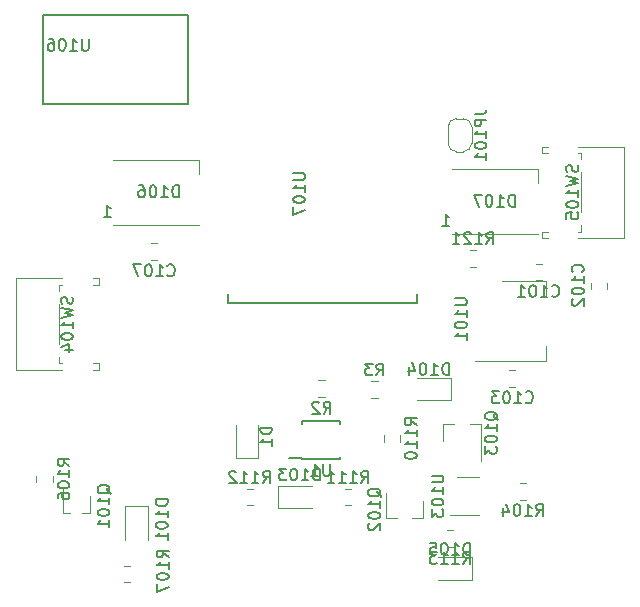
<source format=gbo>
G04 #@! TF.GenerationSoftware,KiCad,Pcbnew,5.0.2-bee76a0~70~ubuntu18.04.1*
G04 #@! TF.CreationDate,2019-03-30T14:25:07+01:00*
G04 #@! TF.ProjectId,jarwis,6a617277-6973-42e6-9b69-6361645f7063,rev?*
G04 #@! TF.SameCoordinates,Original*
G04 #@! TF.FileFunction,Legend,Bot*
G04 #@! TF.FilePolarity,Positive*
%FSLAX46Y46*%
G04 Gerber Fmt 4.6, Leading zero omitted, Abs format (unit mm)*
G04 Created by KiCad (PCBNEW 5.0.2-bee76a0~70~ubuntu18.04.1) date sáb 30 mar 2019 14:25:07 CET*
%MOMM*%
%LPD*%
G01*
G04 APERTURE LIST*
%ADD10C,0.120000*%
%ADD11C,0.150000*%
%ADD12C,0.152400*%
G04 APERTURE END LIST*
D10*
G04 #@! TO.C,C101*
X164554268Y-84420640D02*
X165076772Y-84420640D01*
X164554268Y-85840640D02*
X165076772Y-85840640D01*
G04 #@! TO.C,C102*
X170630920Y-86580612D02*
X170630920Y-86058108D01*
X169210920Y-86580612D02*
X169210920Y-86058108D01*
G04 #@! TO.C,C103*
X162331768Y-93427480D02*
X162854272Y-93427480D01*
X162331768Y-94847480D02*
X162854272Y-94847480D01*
G04 #@! TO.C,C107*
X132005328Y-82675660D02*
X132527832Y-82675660D01*
X132005328Y-84095660D02*
X132527832Y-84095660D01*
G04 #@! TO.C,D101*
X129799200Y-107814620D02*
X129799200Y-104954620D01*
X129799200Y-104954620D02*
X131719200Y-104954620D01*
X131719200Y-104954620D02*
X131719200Y-107814620D01*
G04 #@! TO.C,D103*
X145632680Y-105138100D02*
X142772680Y-105138100D01*
X142772680Y-105138100D02*
X142772680Y-103218100D01*
X142772680Y-103218100D02*
X145632680Y-103218100D01*
G04 #@! TO.C,D104*
X157380500Y-95999180D02*
X154520500Y-95999180D01*
X157380500Y-94079180D02*
X157380500Y-95999180D01*
X154520500Y-94079180D02*
X157380500Y-94079180D01*
G04 #@! TO.C,D105*
X159182520Y-111223940D02*
X156322520Y-111223940D01*
X159182520Y-109303940D02*
X159182520Y-111223940D01*
X156322520Y-109303940D02*
X159182520Y-109303940D01*
G04 #@! TO.C,D106*
X128800000Y-81150000D02*
X136100000Y-81150000D01*
X128800000Y-75650000D02*
X136100000Y-75650000D01*
X136100000Y-75650000D02*
X136100000Y-76800000D01*
G04 #@! TO.C,D107*
X164749500Y-76426880D02*
X164749500Y-77576880D01*
X157449500Y-76426880D02*
X164749500Y-76426880D01*
X157449500Y-81926880D02*
X164749500Y-81926880D01*
G04 #@! TO.C,JP101*
X159145480Y-72843160D02*
G75*
G03X158445480Y-72143160I-700000J0D01*
G01*
X157845480Y-72143160D02*
G75*
G03X157145480Y-72843160I0J-700000D01*
G01*
X157145480Y-74243160D02*
G75*
G03X157845480Y-74943160I700000J0D01*
G01*
X158445480Y-74943160D02*
G75*
G03X159145480Y-74243160I0J700000D01*
G01*
X157845480Y-74943160D02*
X158445480Y-74943160D01*
X157145480Y-72843160D02*
X157145480Y-74243160D01*
X158445480Y-72143160D02*
X157845480Y-72143160D01*
X159145480Y-74243160D02*
X159145480Y-72843160D01*
G04 #@! TO.C,Q101*
X126171580Y-105548180D02*
X126831580Y-105548180D01*
X124511580Y-105548180D02*
X125171580Y-105548180D01*
X124511580Y-105548180D02*
X124511580Y-103518180D01*
X126831580Y-104138180D02*
X126831580Y-105548180D01*
G04 #@! TO.C,Q102*
X155021400Y-105995500D02*
X154091400Y-105995500D01*
X151861400Y-105995500D02*
X152791400Y-105995500D01*
X151861400Y-105995500D02*
X151861400Y-103835500D01*
X155021400Y-105995500D02*
X155021400Y-104535500D01*
G04 #@! TO.C,Q103*
X156735660Y-97990120D02*
X157665660Y-97990120D01*
X159895660Y-97990120D02*
X158965660Y-97990120D01*
X159895660Y-97990120D02*
X159895660Y-101150120D01*
X156735660Y-97990120D02*
X156735660Y-99450120D01*
G04 #@! TO.C,R104*
X163215688Y-102982960D02*
X163738192Y-102982960D01*
X163215688Y-104402960D02*
X163738192Y-104402960D01*
G04 #@! TO.C,R106*
X123701880Y-102915352D02*
X123701880Y-102392848D01*
X122281880Y-102915352D02*
X122281880Y-102392848D01*
G04 #@! TO.C,R107*
X129734568Y-110000980D02*
X130257072Y-110000980D01*
X129734568Y-111420980D02*
X130257072Y-111420980D01*
G04 #@! TO.C,R110*
X151682380Y-99487512D02*
X151682380Y-98965008D01*
X153102380Y-99487512D02*
X153102380Y-98965008D01*
G04 #@! TO.C,R111*
X148947772Y-104885560D02*
X148425268Y-104885560D01*
X148947772Y-103465560D02*
X148425268Y-103465560D01*
G04 #@! TO.C,R112*
X140620272Y-103475720D02*
X140097768Y-103475720D01*
X140620272Y-104895720D02*
X140097768Y-104895720D01*
G04 #@! TO.C,R113*
X157058728Y-107016480D02*
X157581232Y-107016480D01*
X157058728Y-108436480D02*
X157581232Y-108436480D01*
G04 #@! TO.C,R121*
X159539572Y-84674780D02*
X159017068Y-84674780D01*
X159539572Y-83254780D02*
X159017068Y-83254780D01*
G04 #@! TO.C,SW104*
X124233660Y-87834560D02*
X124233660Y-91234560D01*
X124233660Y-86194560D02*
X124233660Y-86734560D01*
X127063660Y-93394560D02*
X127573660Y-93394560D01*
X127573660Y-92874560D02*
X127573660Y-93394560D01*
X127063660Y-92874560D02*
X127573660Y-92874560D01*
X124233660Y-92334560D02*
X124233660Y-92874560D01*
X127063660Y-85674560D02*
X127573660Y-85674560D01*
X127063660Y-86194560D02*
X127573660Y-86194560D01*
X124233660Y-92874560D02*
X124463660Y-92874560D01*
X120563660Y-85674560D02*
X124463660Y-85674560D01*
X127573660Y-85674560D02*
X127573660Y-86194560D01*
X120563660Y-93394560D02*
X124463660Y-93394560D01*
X120563660Y-85674560D02*
X120563660Y-93394560D01*
X124233660Y-86194560D02*
X124463660Y-86194560D01*
G04 #@! TO.C,SW105*
X168412440Y-81711260D02*
X168182440Y-81711260D01*
X172082440Y-82231260D02*
X172082440Y-74511260D01*
X172082440Y-74511260D02*
X168182440Y-74511260D01*
X165072440Y-82231260D02*
X165072440Y-81711260D01*
X172082440Y-82231260D02*
X168182440Y-82231260D01*
X168412440Y-75031260D02*
X168182440Y-75031260D01*
X165582440Y-81711260D02*
X165072440Y-81711260D01*
X165582440Y-82231260D02*
X165072440Y-82231260D01*
X168412440Y-75571260D02*
X168412440Y-75031260D01*
X165582440Y-75031260D02*
X165072440Y-75031260D01*
X165072440Y-75031260D02*
X165072440Y-74511260D01*
X165582440Y-74511260D02*
X165072440Y-74511260D01*
X168412440Y-81711260D02*
X168412440Y-81171260D01*
X168412440Y-80071260D02*
X168412440Y-76671260D01*
G04 #@! TO.C,U101*
X165468220Y-85863380D02*
X165468220Y-87123380D01*
X165468220Y-92683380D02*
X165468220Y-91423380D01*
X161708220Y-85863380D02*
X165468220Y-85863380D01*
X159458220Y-92683380D02*
X165468220Y-92683380D01*
G04 #@! TO.C,U103*
X157926200Y-102469040D02*
X159726200Y-102469040D01*
X159726200Y-105689040D02*
X157276200Y-105689040D01*
D11*
G04 #@! TO.C,U106*
X135158480Y-63400940D02*
X135158480Y-70900940D01*
X135158480Y-63400940D02*
X122858480Y-63400940D01*
X122858480Y-63400940D02*
X122858480Y-70900940D01*
X135158480Y-70900940D02*
X122858480Y-70900940D01*
D12*
G04 #@! TO.C,U107*
X154480260Y-86987380D02*
X154480260Y-87749380D01*
X154480260Y-87749380D02*
X138478260Y-87749380D01*
X138478260Y-87749380D02*
X138478260Y-86987380D01*
D11*
G04 #@! TO.C,U1*
X144747580Y-100997420D02*
X144747580Y-100872420D01*
X147997580Y-100997420D02*
X147997580Y-100772420D01*
X147997580Y-97747420D02*
X147997580Y-97972420D01*
X144747580Y-97747420D02*
X144747580Y-97972420D01*
X144747580Y-100997420D02*
X147997580Y-100997420D01*
X144747580Y-97747420D02*
X147997580Y-97747420D01*
X144747580Y-100872420D02*
X143672580Y-100872420D01*
D10*
G04 #@! TO.C,R2*
X146174828Y-94306320D02*
X146697332Y-94306320D01*
X146174828Y-95726320D02*
X146697332Y-95726320D01*
G04 #@! TO.C,R3*
X151182972Y-94369820D02*
X150660468Y-94369820D01*
X151182972Y-95789820D02*
X150660468Y-95789820D01*
G04 #@! TO.C,D1*
X141089260Y-98047300D02*
X141089260Y-100907300D01*
X141089260Y-100907300D02*
X139169260Y-100907300D01*
X139169260Y-100907300D02*
X139169260Y-98047300D01*
G04 #@! TO.C,C101*
D11*
X165934567Y-87137782D02*
X165982186Y-87185401D01*
X166125043Y-87233020D01*
X166220281Y-87233020D01*
X166363139Y-87185401D01*
X166458377Y-87090163D01*
X166505996Y-86994925D01*
X166553615Y-86804449D01*
X166553615Y-86661592D01*
X166505996Y-86471116D01*
X166458377Y-86375878D01*
X166363139Y-86280640D01*
X166220281Y-86233020D01*
X166125043Y-86233020D01*
X165982186Y-86280640D01*
X165934567Y-86328259D01*
X164982186Y-87233020D02*
X165553615Y-87233020D01*
X165267900Y-87233020D02*
X165267900Y-86233020D01*
X165363139Y-86375878D01*
X165458377Y-86471116D01*
X165553615Y-86518735D01*
X164363139Y-86233020D02*
X164267900Y-86233020D01*
X164172662Y-86280640D01*
X164125043Y-86328259D01*
X164077424Y-86423497D01*
X164029805Y-86613973D01*
X164029805Y-86852068D01*
X164077424Y-87042544D01*
X164125043Y-87137782D01*
X164172662Y-87185401D01*
X164267900Y-87233020D01*
X164363139Y-87233020D01*
X164458377Y-87185401D01*
X164505996Y-87137782D01*
X164553615Y-87042544D01*
X164601234Y-86852068D01*
X164601234Y-86613973D01*
X164553615Y-86423497D01*
X164505996Y-86328259D01*
X164458377Y-86280640D01*
X164363139Y-86233020D01*
X163077424Y-87233020D02*
X163648853Y-87233020D01*
X163363139Y-87233020D02*
X163363139Y-86233020D01*
X163458377Y-86375878D01*
X163553615Y-86471116D01*
X163648853Y-86518735D01*
G04 #@! TO.C,C102*
X168520382Y-85124112D02*
X168568001Y-85076493D01*
X168615620Y-84933636D01*
X168615620Y-84838398D01*
X168568001Y-84695540D01*
X168472763Y-84600302D01*
X168377525Y-84552683D01*
X168187049Y-84505064D01*
X168044192Y-84505064D01*
X167853716Y-84552683D01*
X167758478Y-84600302D01*
X167663240Y-84695540D01*
X167615620Y-84838398D01*
X167615620Y-84933636D01*
X167663240Y-85076493D01*
X167710859Y-85124112D01*
X168615620Y-86076493D02*
X168615620Y-85505064D01*
X168615620Y-85790779D02*
X167615620Y-85790779D01*
X167758478Y-85695540D01*
X167853716Y-85600302D01*
X167901335Y-85505064D01*
X167615620Y-86695540D02*
X167615620Y-86790779D01*
X167663240Y-86886017D01*
X167710859Y-86933636D01*
X167806097Y-86981255D01*
X167996573Y-87028874D01*
X168234668Y-87028874D01*
X168425144Y-86981255D01*
X168520382Y-86933636D01*
X168568001Y-86886017D01*
X168615620Y-86790779D01*
X168615620Y-86695540D01*
X168568001Y-86600302D01*
X168520382Y-86552683D01*
X168425144Y-86505064D01*
X168234668Y-86457445D01*
X167996573Y-86457445D01*
X167806097Y-86505064D01*
X167710859Y-86552683D01*
X167663240Y-86600302D01*
X167615620Y-86695540D01*
X167710859Y-87409826D02*
X167663240Y-87457445D01*
X167615620Y-87552683D01*
X167615620Y-87790779D01*
X167663240Y-87886017D01*
X167710859Y-87933636D01*
X167806097Y-87981255D01*
X167901335Y-87981255D01*
X168044192Y-87933636D01*
X168615620Y-87362207D01*
X168615620Y-87981255D01*
G04 #@! TO.C,C103*
X163712067Y-96144622D02*
X163759686Y-96192241D01*
X163902543Y-96239860D01*
X163997781Y-96239860D01*
X164140639Y-96192241D01*
X164235877Y-96097003D01*
X164283496Y-96001765D01*
X164331115Y-95811289D01*
X164331115Y-95668432D01*
X164283496Y-95477956D01*
X164235877Y-95382718D01*
X164140639Y-95287480D01*
X163997781Y-95239860D01*
X163902543Y-95239860D01*
X163759686Y-95287480D01*
X163712067Y-95335099D01*
X162759686Y-96239860D02*
X163331115Y-96239860D01*
X163045400Y-96239860D02*
X163045400Y-95239860D01*
X163140639Y-95382718D01*
X163235877Y-95477956D01*
X163331115Y-95525575D01*
X162140639Y-95239860D02*
X162045400Y-95239860D01*
X161950162Y-95287480D01*
X161902543Y-95335099D01*
X161854924Y-95430337D01*
X161807305Y-95620813D01*
X161807305Y-95858908D01*
X161854924Y-96049384D01*
X161902543Y-96144622D01*
X161950162Y-96192241D01*
X162045400Y-96239860D01*
X162140639Y-96239860D01*
X162235877Y-96192241D01*
X162283496Y-96144622D01*
X162331115Y-96049384D01*
X162378734Y-95858908D01*
X162378734Y-95620813D01*
X162331115Y-95430337D01*
X162283496Y-95335099D01*
X162235877Y-95287480D01*
X162140639Y-95239860D01*
X161473972Y-95239860D02*
X160854924Y-95239860D01*
X161188258Y-95620813D01*
X161045400Y-95620813D01*
X160950162Y-95668432D01*
X160902543Y-95716051D01*
X160854924Y-95811289D01*
X160854924Y-96049384D01*
X160902543Y-96144622D01*
X160950162Y-96192241D01*
X161045400Y-96239860D01*
X161331115Y-96239860D01*
X161426353Y-96192241D01*
X161473972Y-96144622D01*
G04 #@! TO.C,C107*
X133385627Y-85392802D02*
X133433246Y-85440421D01*
X133576103Y-85488040D01*
X133671341Y-85488040D01*
X133814199Y-85440421D01*
X133909437Y-85345183D01*
X133957056Y-85249945D01*
X134004675Y-85059469D01*
X134004675Y-84916612D01*
X133957056Y-84726136D01*
X133909437Y-84630898D01*
X133814199Y-84535660D01*
X133671341Y-84488040D01*
X133576103Y-84488040D01*
X133433246Y-84535660D01*
X133385627Y-84583279D01*
X132433246Y-85488040D02*
X133004675Y-85488040D01*
X132718960Y-85488040D02*
X132718960Y-84488040D01*
X132814199Y-84630898D01*
X132909437Y-84726136D01*
X133004675Y-84773755D01*
X131814199Y-84488040D02*
X131718960Y-84488040D01*
X131623722Y-84535660D01*
X131576103Y-84583279D01*
X131528484Y-84678517D01*
X131480865Y-84868993D01*
X131480865Y-85107088D01*
X131528484Y-85297564D01*
X131576103Y-85392802D01*
X131623722Y-85440421D01*
X131718960Y-85488040D01*
X131814199Y-85488040D01*
X131909437Y-85440421D01*
X131957056Y-85392802D01*
X132004675Y-85297564D01*
X132052294Y-85107088D01*
X132052294Y-84868993D01*
X132004675Y-84678517D01*
X131957056Y-84583279D01*
X131909437Y-84535660D01*
X131814199Y-84488040D01*
X131147532Y-84488040D02*
X130480865Y-84488040D01*
X130909437Y-85488040D01*
G04 #@! TO.C,D101*
X133395980Y-104382463D02*
X132395980Y-104382463D01*
X132395980Y-104620559D01*
X132443600Y-104763416D01*
X132538838Y-104858654D01*
X132634076Y-104906273D01*
X132824552Y-104953892D01*
X132967409Y-104953892D01*
X133157885Y-104906273D01*
X133253123Y-104858654D01*
X133348361Y-104763416D01*
X133395980Y-104620559D01*
X133395980Y-104382463D01*
X133395980Y-105906273D02*
X133395980Y-105334844D01*
X133395980Y-105620559D02*
X132395980Y-105620559D01*
X132538838Y-105525320D01*
X132634076Y-105430082D01*
X132681695Y-105334844D01*
X132395980Y-106525320D02*
X132395980Y-106620559D01*
X132443600Y-106715797D01*
X132491219Y-106763416D01*
X132586457Y-106811035D01*
X132776933Y-106858654D01*
X133015028Y-106858654D01*
X133205504Y-106811035D01*
X133300742Y-106763416D01*
X133348361Y-106715797D01*
X133395980Y-106620559D01*
X133395980Y-106525320D01*
X133348361Y-106430082D01*
X133300742Y-106382463D01*
X133205504Y-106334844D01*
X133015028Y-106287225D01*
X132776933Y-106287225D01*
X132586457Y-106334844D01*
X132491219Y-106382463D01*
X132443600Y-106430082D01*
X132395980Y-106525320D01*
X133395980Y-107811035D02*
X133395980Y-107239606D01*
X133395980Y-107525320D02*
X132395980Y-107525320D01*
X132538838Y-107430082D01*
X132634076Y-107334844D01*
X132681695Y-107239606D01*
G04 #@! TO.C,D103*
X146272356Y-102778820D02*
X146272356Y-101778820D01*
X146034260Y-101778820D01*
X145891403Y-101826440D01*
X145796165Y-101921678D01*
X145748546Y-102016916D01*
X145700927Y-102207392D01*
X145700927Y-102350249D01*
X145748546Y-102540725D01*
X145796165Y-102635963D01*
X145891403Y-102731201D01*
X146034260Y-102778820D01*
X146272356Y-102778820D01*
X144748546Y-102778820D02*
X145319975Y-102778820D01*
X145034260Y-102778820D02*
X145034260Y-101778820D01*
X145129499Y-101921678D01*
X145224737Y-102016916D01*
X145319975Y-102064535D01*
X144129499Y-101778820D02*
X144034260Y-101778820D01*
X143939022Y-101826440D01*
X143891403Y-101874059D01*
X143843784Y-101969297D01*
X143796165Y-102159773D01*
X143796165Y-102397868D01*
X143843784Y-102588344D01*
X143891403Y-102683582D01*
X143939022Y-102731201D01*
X144034260Y-102778820D01*
X144129499Y-102778820D01*
X144224737Y-102731201D01*
X144272356Y-102683582D01*
X144319975Y-102588344D01*
X144367594Y-102397868D01*
X144367594Y-102159773D01*
X144319975Y-101969297D01*
X144272356Y-101874059D01*
X144224737Y-101826440D01*
X144129499Y-101778820D01*
X143462832Y-101778820D02*
X142843784Y-101778820D01*
X143177118Y-102159773D01*
X143034260Y-102159773D01*
X142939022Y-102207392D01*
X142891403Y-102255011D01*
X142843784Y-102350249D01*
X142843784Y-102588344D01*
X142891403Y-102683582D01*
X142939022Y-102731201D01*
X143034260Y-102778820D01*
X143319975Y-102778820D01*
X143415213Y-102731201D01*
X143462832Y-102683582D01*
G04 #@! TO.C,D104*
X157210976Y-93841560D02*
X157210976Y-92841560D01*
X156972880Y-92841560D01*
X156830023Y-92889180D01*
X156734785Y-92984418D01*
X156687166Y-93079656D01*
X156639547Y-93270132D01*
X156639547Y-93412989D01*
X156687166Y-93603465D01*
X156734785Y-93698703D01*
X156830023Y-93793941D01*
X156972880Y-93841560D01*
X157210976Y-93841560D01*
X155687166Y-93841560D02*
X156258595Y-93841560D01*
X155972880Y-93841560D02*
X155972880Y-92841560D01*
X156068119Y-92984418D01*
X156163357Y-93079656D01*
X156258595Y-93127275D01*
X155068119Y-92841560D02*
X154972880Y-92841560D01*
X154877642Y-92889180D01*
X154830023Y-92936799D01*
X154782404Y-93032037D01*
X154734785Y-93222513D01*
X154734785Y-93460608D01*
X154782404Y-93651084D01*
X154830023Y-93746322D01*
X154877642Y-93793941D01*
X154972880Y-93841560D01*
X155068119Y-93841560D01*
X155163357Y-93793941D01*
X155210976Y-93746322D01*
X155258595Y-93651084D01*
X155306214Y-93460608D01*
X155306214Y-93222513D01*
X155258595Y-93032037D01*
X155210976Y-92936799D01*
X155163357Y-92889180D01*
X155068119Y-92841560D01*
X153877642Y-93174894D02*
X153877642Y-93841560D01*
X154115738Y-92793941D02*
X154353833Y-93508227D01*
X153734785Y-93508227D01*
G04 #@! TO.C,D105*
X159012996Y-109066320D02*
X159012996Y-108066320D01*
X158774900Y-108066320D01*
X158632043Y-108113940D01*
X158536805Y-108209178D01*
X158489186Y-108304416D01*
X158441567Y-108494892D01*
X158441567Y-108637749D01*
X158489186Y-108828225D01*
X158536805Y-108923463D01*
X158632043Y-109018701D01*
X158774900Y-109066320D01*
X159012996Y-109066320D01*
X157489186Y-109066320D02*
X158060615Y-109066320D01*
X157774900Y-109066320D02*
X157774900Y-108066320D01*
X157870139Y-108209178D01*
X157965377Y-108304416D01*
X158060615Y-108352035D01*
X156870139Y-108066320D02*
X156774900Y-108066320D01*
X156679662Y-108113940D01*
X156632043Y-108161559D01*
X156584424Y-108256797D01*
X156536805Y-108447273D01*
X156536805Y-108685368D01*
X156584424Y-108875844D01*
X156632043Y-108971082D01*
X156679662Y-109018701D01*
X156774900Y-109066320D01*
X156870139Y-109066320D01*
X156965377Y-109018701D01*
X157012996Y-108971082D01*
X157060615Y-108875844D01*
X157108234Y-108685368D01*
X157108234Y-108447273D01*
X157060615Y-108256797D01*
X157012996Y-108161559D01*
X156965377Y-108113940D01*
X156870139Y-108066320D01*
X155632043Y-108066320D02*
X156108234Y-108066320D01*
X156155853Y-108542511D01*
X156108234Y-108494892D01*
X156012996Y-108447273D01*
X155774900Y-108447273D01*
X155679662Y-108494892D01*
X155632043Y-108542511D01*
X155584424Y-108637749D01*
X155584424Y-108875844D01*
X155632043Y-108971082D01*
X155679662Y-109018701D01*
X155774900Y-109066320D01*
X156012996Y-109066320D01*
X156108234Y-109018701D01*
X156155853Y-108971082D01*
G04 #@! TO.C,D106*
X134349596Y-78808840D02*
X134349596Y-77808840D01*
X134111500Y-77808840D01*
X133968643Y-77856460D01*
X133873405Y-77951698D01*
X133825786Y-78046936D01*
X133778167Y-78237412D01*
X133778167Y-78380269D01*
X133825786Y-78570745D01*
X133873405Y-78665983D01*
X133968643Y-78761221D01*
X134111500Y-78808840D01*
X134349596Y-78808840D01*
X132825786Y-78808840D02*
X133397215Y-78808840D01*
X133111500Y-78808840D02*
X133111500Y-77808840D01*
X133206739Y-77951698D01*
X133301977Y-78046936D01*
X133397215Y-78094555D01*
X132206739Y-77808840D02*
X132111500Y-77808840D01*
X132016262Y-77856460D01*
X131968643Y-77904079D01*
X131921024Y-77999317D01*
X131873405Y-78189793D01*
X131873405Y-78427888D01*
X131921024Y-78618364D01*
X131968643Y-78713602D01*
X132016262Y-78761221D01*
X132111500Y-78808840D01*
X132206739Y-78808840D01*
X132301977Y-78761221D01*
X132349596Y-78713602D01*
X132397215Y-78618364D01*
X132444834Y-78427888D01*
X132444834Y-78189793D01*
X132397215Y-77999317D01*
X132349596Y-77904079D01*
X132301977Y-77856460D01*
X132206739Y-77808840D01*
X131016262Y-77808840D02*
X131206739Y-77808840D01*
X131301977Y-77856460D01*
X131349596Y-77904079D01*
X131444834Y-78046936D01*
X131492453Y-78237412D01*
X131492453Y-78618364D01*
X131444834Y-78713602D01*
X131397215Y-78761221D01*
X131301977Y-78808840D01*
X131111500Y-78808840D01*
X131016262Y-78761221D01*
X130968643Y-78713602D01*
X130921024Y-78618364D01*
X130921024Y-78380269D01*
X130968643Y-78285031D01*
X131016262Y-78237412D01*
X131111500Y-78189793D01*
X131301977Y-78189793D01*
X131397215Y-78237412D01*
X131444834Y-78285031D01*
X131492453Y-78380269D01*
X128014285Y-80452380D02*
X128585714Y-80452380D01*
X128300000Y-80452380D02*
X128300000Y-79452380D01*
X128395238Y-79595238D01*
X128490476Y-79690476D01*
X128585714Y-79738095D01*
G04 #@! TO.C,D107*
X162800136Y-79593700D02*
X162800136Y-78593700D01*
X162562040Y-78593700D01*
X162419183Y-78641320D01*
X162323945Y-78736558D01*
X162276326Y-78831796D01*
X162228707Y-79022272D01*
X162228707Y-79165129D01*
X162276326Y-79355605D01*
X162323945Y-79450843D01*
X162419183Y-79546081D01*
X162562040Y-79593700D01*
X162800136Y-79593700D01*
X161276326Y-79593700D02*
X161847755Y-79593700D01*
X161562040Y-79593700D02*
X161562040Y-78593700D01*
X161657279Y-78736558D01*
X161752517Y-78831796D01*
X161847755Y-78879415D01*
X160657279Y-78593700D02*
X160562040Y-78593700D01*
X160466802Y-78641320D01*
X160419183Y-78688939D01*
X160371564Y-78784177D01*
X160323945Y-78974653D01*
X160323945Y-79212748D01*
X160371564Y-79403224D01*
X160419183Y-79498462D01*
X160466802Y-79546081D01*
X160562040Y-79593700D01*
X160657279Y-79593700D01*
X160752517Y-79546081D01*
X160800136Y-79498462D01*
X160847755Y-79403224D01*
X160895374Y-79212748D01*
X160895374Y-78974653D01*
X160847755Y-78784177D01*
X160800136Y-78688939D01*
X160752517Y-78641320D01*
X160657279Y-78593700D01*
X159990612Y-78593700D02*
X159323945Y-78593700D01*
X159752517Y-79593700D01*
X156663785Y-81229260D02*
X157235214Y-81229260D01*
X156949500Y-81229260D02*
X156949500Y-80229260D01*
X157044738Y-80372118D01*
X157139976Y-80467356D01*
X157235214Y-80514975D01*
G04 #@! TO.C,JP101*
X159397860Y-71757445D02*
X160112146Y-71757445D01*
X160255003Y-71709826D01*
X160350241Y-71614588D01*
X160397860Y-71471731D01*
X160397860Y-71376493D01*
X160397860Y-72233636D02*
X159397860Y-72233636D01*
X159397860Y-72614588D01*
X159445480Y-72709826D01*
X159493099Y-72757445D01*
X159588337Y-72805064D01*
X159731194Y-72805064D01*
X159826432Y-72757445D01*
X159874051Y-72709826D01*
X159921670Y-72614588D01*
X159921670Y-72233636D01*
X160397860Y-73757445D02*
X160397860Y-73186017D01*
X160397860Y-73471731D02*
X159397860Y-73471731D01*
X159540718Y-73376493D01*
X159635956Y-73281255D01*
X159683575Y-73186017D01*
X159397860Y-74376493D02*
X159397860Y-74471731D01*
X159445480Y-74566969D01*
X159493099Y-74614588D01*
X159588337Y-74662207D01*
X159778813Y-74709826D01*
X160016908Y-74709826D01*
X160207384Y-74662207D01*
X160302622Y-74614588D01*
X160350241Y-74566969D01*
X160397860Y-74471731D01*
X160397860Y-74376493D01*
X160350241Y-74281255D01*
X160302622Y-74233636D01*
X160207384Y-74186017D01*
X160016908Y-74138398D01*
X159778813Y-74138398D01*
X159588337Y-74186017D01*
X159493099Y-74233636D01*
X159445480Y-74281255D01*
X159397860Y-74376493D01*
X160397860Y-75662207D02*
X160397860Y-75090779D01*
X160397860Y-75376493D02*
X159397860Y-75376493D01*
X159540718Y-75281255D01*
X159635956Y-75186017D01*
X159683575Y-75090779D01*
G04 #@! TO.C,Q101*
X128568699Y-103912800D02*
X128521080Y-103817562D01*
X128425841Y-103722324D01*
X128282984Y-103579467D01*
X128235365Y-103484229D01*
X128235365Y-103388991D01*
X128473460Y-103436610D02*
X128425841Y-103341372D01*
X128330603Y-103246134D01*
X128140127Y-103198515D01*
X127806794Y-103198515D01*
X127616318Y-103246134D01*
X127521080Y-103341372D01*
X127473460Y-103436610D01*
X127473460Y-103627086D01*
X127521080Y-103722324D01*
X127616318Y-103817562D01*
X127806794Y-103865181D01*
X128140127Y-103865181D01*
X128330603Y-103817562D01*
X128425841Y-103722324D01*
X128473460Y-103627086D01*
X128473460Y-103436610D01*
X128473460Y-104817562D02*
X128473460Y-104246134D01*
X128473460Y-104531848D02*
X127473460Y-104531848D01*
X127616318Y-104436610D01*
X127711556Y-104341372D01*
X127759175Y-104246134D01*
X127473460Y-105436610D02*
X127473460Y-105531848D01*
X127521080Y-105627086D01*
X127568699Y-105674705D01*
X127663937Y-105722324D01*
X127854413Y-105769943D01*
X128092508Y-105769943D01*
X128282984Y-105722324D01*
X128378222Y-105674705D01*
X128425841Y-105627086D01*
X128473460Y-105531848D01*
X128473460Y-105436610D01*
X128425841Y-105341372D01*
X128378222Y-105293753D01*
X128282984Y-105246134D01*
X128092508Y-105198515D01*
X127854413Y-105198515D01*
X127663937Y-105246134D01*
X127568699Y-105293753D01*
X127521080Y-105341372D01*
X127473460Y-105436610D01*
X128473460Y-106722324D02*
X128473460Y-106150896D01*
X128473460Y-106436610D02*
X127473460Y-106436610D01*
X127616318Y-106341372D01*
X127711556Y-106246134D01*
X127759175Y-106150896D01*
G04 #@! TO.C,Q102*
X151489019Y-104187880D02*
X151441400Y-104092642D01*
X151346161Y-103997404D01*
X151203304Y-103854547D01*
X151155685Y-103759309D01*
X151155685Y-103664071D01*
X151393780Y-103711690D02*
X151346161Y-103616452D01*
X151250923Y-103521214D01*
X151060447Y-103473595D01*
X150727114Y-103473595D01*
X150536638Y-103521214D01*
X150441400Y-103616452D01*
X150393780Y-103711690D01*
X150393780Y-103902166D01*
X150441400Y-103997404D01*
X150536638Y-104092642D01*
X150727114Y-104140261D01*
X151060447Y-104140261D01*
X151250923Y-104092642D01*
X151346161Y-103997404D01*
X151393780Y-103902166D01*
X151393780Y-103711690D01*
X151393780Y-105092642D02*
X151393780Y-104521214D01*
X151393780Y-104806928D02*
X150393780Y-104806928D01*
X150536638Y-104711690D01*
X150631876Y-104616452D01*
X150679495Y-104521214D01*
X150393780Y-105711690D02*
X150393780Y-105806928D01*
X150441400Y-105902166D01*
X150489019Y-105949785D01*
X150584257Y-105997404D01*
X150774733Y-106045023D01*
X151012828Y-106045023D01*
X151203304Y-105997404D01*
X151298542Y-105949785D01*
X151346161Y-105902166D01*
X151393780Y-105806928D01*
X151393780Y-105711690D01*
X151346161Y-105616452D01*
X151298542Y-105568833D01*
X151203304Y-105521214D01*
X151012828Y-105473595D01*
X150774733Y-105473595D01*
X150584257Y-105521214D01*
X150489019Y-105568833D01*
X150441400Y-105616452D01*
X150393780Y-105711690D01*
X150489019Y-106425976D02*
X150441400Y-106473595D01*
X150393780Y-106568833D01*
X150393780Y-106806928D01*
X150441400Y-106902166D01*
X150489019Y-106949785D01*
X150584257Y-106997404D01*
X150679495Y-106997404D01*
X150822352Y-106949785D01*
X151393780Y-106378357D01*
X151393780Y-106997404D01*
G04 #@! TO.C,Q103*
X161363279Y-97702500D02*
X161315660Y-97607262D01*
X161220421Y-97512024D01*
X161077564Y-97369167D01*
X161029945Y-97273929D01*
X161029945Y-97178691D01*
X161268040Y-97226310D02*
X161220421Y-97131072D01*
X161125183Y-97035834D01*
X160934707Y-96988215D01*
X160601374Y-96988215D01*
X160410898Y-97035834D01*
X160315660Y-97131072D01*
X160268040Y-97226310D01*
X160268040Y-97416786D01*
X160315660Y-97512024D01*
X160410898Y-97607262D01*
X160601374Y-97654881D01*
X160934707Y-97654881D01*
X161125183Y-97607262D01*
X161220421Y-97512024D01*
X161268040Y-97416786D01*
X161268040Y-97226310D01*
X161268040Y-98607262D02*
X161268040Y-98035834D01*
X161268040Y-98321548D02*
X160268040Y-98321548D01*
X160410898Y-98226310D01*
X160506136Y-98131072D01*
X160553755Y-98035834D01*
X160268040Y-99226310D02*
X160268040Y-99321548D01*
X160315660Y-99416786D01*
X160363279Y-99464405D01*
X160458517Y-99512024D01*
X160648993Y-99559643D01*
X160887088Y-99559643D01*
X161077564Y-99512024D01*
X161172802Y-99464405D01*
X161220421Y-99416786D01*
X161268040Y-99321548D01*
X161268040Y-99226310D01*
X161220421Y-99131072D01*
X161172802Y-99083453D01*
X161077564Y-99035834D01*
X160887088Y-98988215D01*
X160648993Y-98988215D01*
X160458517Y-99035834D01*
X160363279Y-99083453D01*
X160315660Y-99131072D01*
X160268040Y-99226310D01*
X160268040Y-99892977D02*
X160268040Y-100512024D01*
X160648993Y-100178691D01*
X160648993Y-100321548D01*
X160696612Y-100416786D01*
X160744231Y-100464405D01*
X160839469Y-100512024D01*
X161077564Y-100512024D01*
X161172802Y-100464405D01*
X161220421Y-100416786D01*
X161268040Y-100321548D01*
X161268040Y-100035834D01*
X161220421Y-99940596D01*
X161172802Y-99892977D01*
G04 #@! TO.C,R104*
X164595987Y-105795340D02*
X164929320Y-105319150D01*
X165167416Y-105795340D02*
X165167416Y-104795340D01*
X164786463Y-104795340D01*
X164691225Y-104842960D01*
X164643606Y-104890579D01*
X164595987Y-104985817D01*
X164595987Y-105128674D01*
X164643606Y-105223912D01*
X164691225Y-105271531D01*
X164786463Y-105319150D01*
X165167416Y-105319150D01*
X163643606Y-105795340D02*
X164215035Y-105795340D01*
X163929320Y-105795340D02*
X163929320Y-104795340D01*
X164024559Y-104938198D01*
X164119797Y-105033436D01*
X164215035Y-105081055D01*
X163024559Y-104795340D02*
X162929320Y-104795340D01*
X162834082Y-104842960D01*
X162786463Y-104890579D01*
X162738844Y-104985817D01*
X162691225Y-105176293D01*
X162691225Y-105414388D01*
X162738844Y-105604864D01*
X162786463Y-105700102D01*
X162834082Y-105747721D01*
X162929320Y-105795340D01*
X163024559Y-105795340D01*
X163119797Y-105747721D01*
X163167416Y-105700102D01*
X163215035Y-105604864D01*
X163262654Y-105414388D01*
X163262654Y-105176293D01*
X163215035Y-104985817D01*
X163167416Y-104890579D01*
X163119797Y-104842960D01*
X163024559Y-104795340D01*
X161834082Y-105128674D02*
X161834082Y-105795340D01*
X162072178Y-104747721D02*
X162310273Y-105462007D01*
X161691225Y-105462007D01*
G04 #@! TO.C,R106*
X125094260Y-101535052D02*
X124618070Y-101201719D01*
X125094260Y-100963623D02*
X124094260Y-100963623D01*
X124094260Y-101344576D01*
X124141880Y-101439814D01*
X124189499Y-101487433D01*
X124284737Y-101535052D01*
X124427594Y-101535052D01*
X124522832Y-101487433D01*
X124570451Y-101439814D01*
X124618070Y-101344576D01*
X124618070Y-100963623D01*
X125094260Y-102487433D02*
X125094260Y-101916004D01*
X125094260Y-102201719D02*
X124094260Y-102201719D01*
X124237118Y-102106480D01*
X124332356Y-102011242D01*
X124379975Y-101916004D01*
X124094260Y-103106480D02*
X124094260Y-103201719D01*
X124141880Y-103296957D01*
X124189499Y-103344576D01*
X124284737Y-103392195D01*
X124475213Y-103439814D01*
X124713308Y-103439814D01*
X124903784Y-103392195D01*
X124999022Y-103344576D01*
X125046641Y-103296957D01*
X125094260Y-103201719D01*
X125094260Y-103106480D01*
X125046641Y-103011242D01*
X124999022Y-102963623D01*
X124903784Y-102916004D01*
X124713308Y-102868385D01*
X124475213Y-102868385D01*
X124284737Y-102916004D01*
X124189499Y-102963623D01*
X124141880Y-103011242D01*
X124094260Y-103106480D01*
X124094260Y-104296957D02*
X124094260Y-104106480D01*
X124141880Y-104011242D01*
X124189499Y-103963623D01*
X124332356Y-103868385D01*
X124522832Y-103820766D01*
X124903784Y-103820766D01*
X124999022Y-103868385D01*
X125046641Y-103916004D01*
X125094260Y-104011242D01*
X125094260Y-104201719D01*
X125046641Y-104296957D01*
X124999022Y-104344576D01*
X124903784Y-104392195D01*
X124665689Y-104392195D01*
X124570451Y-104344576D01*
X124522832Y-104296957D01*
X124475213Y-104201719D01*
X124475213Y-104011242D01*
X124522832Y-103916004D01*
X124570451Y-103868385D01*
X124665689Y-103820766D01*
G04 #@! TO.C,R107*
X133484880Y-109292212D02*
X133008690Y-108958879D01*
X133484880Y-108720783D02*
X132484880Y-108720783D01*
X132484880Y-109101736D01*
X132532500Y-109196974D01*
X132580119Y-109244593D01*
X132675357Y-109292212D01*
X132818214Y-109292212D01*
X132913452Y-109244593D01*
X132961071Y-109196974D01*
X133008690Y-109101736D01*
X133008690Y-108720783D01*
X133484880Y-110244593D02*
X133484880Y-109673164D01*
X133484880Y-109958879D02*
X132484880Y-109958879D01*
X132627738Y-109863640D01*
X132722976Y-109768402D01*
X132770595Y-109673164D01*
X132484880Y-110863640D02*
X132484880Y-110958879D01*
X132532500Y-111054117D01*
X132580119Y-111101736D01*
X132675357Y-111149355D01*
X132865833Y-111196974D01*
X133103928Y-111196974D01*
X133294404Y-111149355D01*
X133389642Y-111101736D01*
X133437261Y-111054117D01*
X133484880Y-110958879D01*
X133484880Y-110863640D01*
X133437261Y-110768402D01*
X133389642Y-110720783D01*
X133294404Y-110673164D01*
X133103928Y-110625545D01*
X132865833Y-110625545D01*
X132675357Y-110673164D01*
X132580119Y-110720783D01*
X132532500Y-110768402D01*
X132484880Y-110863640D01*
X132484880Y-111530307D02*
X132484880Y-112196974D01*
X133484880Y-111768402D01*
G04 #@! TO.C,R110*
X154494760Y-98107212D02*
X154018570Y-97773879D01*
X154494760Y-97535783D02*
X153494760Y-97535783D01*
X153494760Y-97916736D01*
X153542380Y-98011974D01*
X153589999Y-98059593D01*
X153685237Y-98107212D01*
X153828094Y-98107212D01*
X153923332Y-98059593D01*
X153970951Y-98011974D01*
X154018570Y-97916736D01*
X154018570Y-97535783D01*
X154494760Y-99059593D02*
X154494760Y-98488164D01*
X154494760Y-98773879D02*
X153494760Y-98773879D01*
X153637618Y-98678640D01*
X153732856Y-98583402D01*
X153780475Y-98488164D01*
X154494760Y-100011974D02*
X154494760Y-99440545D01*
X154494760Y-99726260D02*
X153494760Y-99726260D01*
X153637618Y-99631021D01*
X153732856Y-99535783D01*
X153780475Y-99440545D01*
X153494760Y-100631021D02*
X153494760Y-100726260D01*
X153542380Y-100821498D01*
X153589999Y-100869117D01*
X153685237Y-100916736D01*
X153875713Y-100964355D01*
X154113808Y-100964355D01*
X154304284Y-100916736D01*
X154399522Y-100869117D01*
X154447141Y-100821498D01*
X154494760Y-100726260D01*
X154494760Y-100631021D01*
X154447141Y-100535783D01*
X154399522Y-100488164D01*
X154304284Y-100440545D01*
X154113808Y-100392926D01*
X153875713Y-100392926D01*
X153685237Y-100440545D01*
X153589999Y-100488164D01*
X153542380Y-100535783D01*
X153494760Y-100631021D01*
G04 #@! TO.C,R111*
X149805567Y-102977940D02*
X150138900Y-102501750D01*
X150376996Y-102977940D02*
X150376996Y-101977940D01*
X149996043Y-101977940D01*
X149900805Y-102025560D01*
X149853186Y-102073179D01*
X149805567Y-102168417D01*
X149805567Y-102311274D01*
X149853186Y-102406512D01*
X149900805Y-102454131D01*
X149996043Y-102501750D01*
X150376996Y-102501750D01*
X148853186Y-102977940D02*
X149424615Y-102977940D01*
X149138900Y-102977940D02*
X149138900Y-101977940D01*
X149234139Y-102120798D01*
X149329377Y-102216036D01*
X149424615Y-102263655D01*
X147900805Y-102977940D02*
X148472234Y-102977940D01*
X148186520Y-102977940D02*
X148186520Y-101977940D01*
X148281758Y-102120798D01*
X148376996Y-102216036D01*
X148472234Y-102263655D01*
X146948424Y-102977940D02*
X147519853Y-102977940D01*
X147234139Y-102977940D02*
X147234139Y-101977940D01*
X147329377Y-102120798D01*
X147424615Y-102216036D01*
X147519853Y-102263655D01*
G04 #@! TO.C,R112*
X141478067Y-102988100D02*
X141811400Y-102511910D01*
X142049496Y-102988100D02*
X142049496Y-101988100D01*
X141668543Y-101988100D01*
X141573305Y-102035720D01*
X141525686Y-102083339D01*
X141478067Y-102178577D01*
X141478067Y-102321434D01*
X141525686Y-102416672D01*
X141573305Y-102464291D01*
X141668543Y-102511910D01*
X142049496Y-102511910D01*
X140525686Y-102988100D02*
X141097115Y-102988100D01*
X140811400Y-102988100D02*
X140811400Y-101988100D01*
X140906639Y-102130958D01*
X141001877Y-102226196D01*
X141097115Y-102273815D01*
X139573305Y-102988100D02*
X140144734Y-102988100D01*
X139859020Y-102988100D02*
X139859020Y-101988100D01*
X139954258Y-102130958D01*
X140049496Y-102226196D01*
X140144734Y-102273815D01*
X139192353Y-102083339D02*
X139144734Y-102035720D01*
X139049496Y-101988100D01*
X138811400Y-101988100D01*
X138716162Y-102035720D01*
X138668543Y-102083339D01*
X138620924Y-102178577D01*
X138620924Y-102273815D01*
X138668543Y-102416672D01*
X139239972Y-102988100D01*
X138620924Y-102988100D01*
G04 #@! TO.C,R113*
X158439027Y-109828860D02*
X158772360Y-109352670D01*
X159010456Y-109828860D02*
X159010456Y-108828860D01*
X158629503Y-108828860D01*
X158534265Y-108876480D01*
X158486646Y-108924099D01*
X158439027Y-109019337D01*
X158439027Y-109162194D01*
X158486646Y-109257432D01*
X158534265Y-109305051D01*
X158629503Y-109352670D01*
X159010456Y-109352670D01*
X157486646Y-109828860D02*
X158058075Y-109828860D01*
X157772360Y-109828860D02*
X157772360Y-108828860D01*
X157867599Y-108971718D01*
X157962837Y-109066956D01*
X158058075Y-109114575D01*
X156534265Y-109828860D02*
X157105694Y-109828860D01*
X156819980Y-109828860D02*
X156819980Y-108828860D01*
X156915218Y-108971718D01*
X157010456Y-109066956D01*
X157105694Y-109114575D01*
X156200932Y-108828860D02*
X155581884Y-108828860D01*
X155915218Y-109209813D01*
X155772360Y-109209813D01*
X155677122Y-109257432D01*
X155629503Y-109305051D01*
X155581884Y-109400289D01*
X155581884Y-109638384D01*
X155629503Y-109733622D01*
X155677122Y-109781241D01*
X155772360Y-109828860D01*
X156058075Y-109828860D01*
X156153313Y-109781241D01*
X156200932Y-109733622D01*
G04 #@! TO.C,R121*
X160397367Y-82767160D02*
X160730700Y-82290970D01*
X160968796Y-82767160D02*
X160968796Y-81767160D01*
X160587843Y-81767160D01*
X160492605Y-81814780D01*
X160444986Y-81862399D01*
X160397367Y-81957637D01*
X160397367Y-82100494D01*
X160444986Y-82195732D01*
X160492605Y-82243351D01*
X160587843Y-82290970D01*
X160968796Y-82290970D01*
X159444986Y-82767160D02*
X160016415Y-82767160D01*
X159730700Y-82767160D02*
X159730700Y-81767160D01*
X159825939Y-81910018D01*
X159921177Y-82005256D01*
X160016415Y-82052875D01*
X159064034Y-81862399D02*
X159016415Y-81814780D01*
X158921177Y-81767160D01*
X158683081Y-81767160D01*
X158587843Y-81814780D01*
X158540224Y-81862399D01*
X158492605Y-81957637D01*
X158492605Y-82052875D01*
X158540224Y-82195732D01*
X159111653Y-82767160D01*
X158492605Y-82767160D01*
X157540224Y-82767160D02*
X158111653Y-82767160D01*
X157825939Y-82767160D02*
X157825939Y-81767160D01*
X157921177Y-81910018D01*
X158016415Y-82005256D01*
X158111653Y-82052875D01*
G04 #@! TO.C,SW104*
X125348421Y-87248845D02*
X125396040Y-87391702D01*
X125396040Y-87629798D01*
X125348421Y-87725036D01*
X125300802Y-87772655D01*
X125205564Y-87820274D01*
X125110326Y-87820274D01*
X125015088Y-87772655D01*
X124967469Y-87725036D01*
X124919850Y-87629798D01*
X124872231Y-87439321D01*
X124824612Y-87344083D01*
X124776993Y-87296464D01*
X124681755Y-87248845D01*
X124586517Y-87248845D01*
X124491279Y-87296464D01*
X124443660Y-87344083D01*
X124396040Y-87439321D01*
X124396040Y-87677417D01*
X124443660Y-87820274D01*
X124396040Y-88153607D02*
X125396040Y-88391702D01*
X124681755Y-88582179D01*
X125396040Y-88772655D01*
X124396040Y-89010750D01*
X125396040Y-89915512D02*
X125396040Y-89344083D01*
X125396040Y-89629798D02*
X124396040Y-89629798D01*
X124538898Y-89534560D01*
X124634136Y-89439321D01*
X124681755Y-89344083D01*
X124396040Y-90534560D02*
X124396040Y-90629798D01*
X124443660Y-90725036D01*
X124491279Y-90772655D01*
X124586517Y-90820274D01*
X124776993Y-90867893D01*
X125015088Y-90867893D01*
X125205564Y-90820274D01*
X125300802Y-90772655D01*
X125348421Y-90725036D01*
X125396040Y-90629798D01*
X125396040Y-90534560D01*
X125348421Y-90439321D01*
X125300802Y-90391702D01*
X125205564Y-90344083D01*
X125015088Y-90296464D01*
X124776993Y-90296464D01*
X124586517Y-90344083D01*
X124491279Y-90391702D01*
X124443660Y-90439321D01*
X124396040Y-90534560D01*
X124729374Y-91725036D02*
X125396040Y-91725036D01*
X124348421Y-91486940D02*
X125062707Y-91248845D01*
X125062707Y-91867893D01*
G04 #@! TO.C,SW105*
X168107201Y-76085545D02*
X168154820Y-76228402D01*
X168154820Y-76466498D01*
X168107201Y-76561736D01*
X168059582Y-76609355D01*
X167964344Y-76656974D01*
X167869106Y-76656974D01*
X167773868Y-76609355D01*
X167726249Y-76561736D01*
X167678630Y-76466498D01*
X167631011Y-76276021D01*
X167583392Y-76180783D01*
X167535773Y-76133164D01*
X167440535Y-76085545D01*
X167345297Y-76085545D01*
X167250059Y-76133164D01*
X167202440Y-76180783D01*
X167154820Y-76276021D01*
X167154820Y-76514117D01*
X167202440Y-76656974D01*
X167154820Y-76990307D02*
X168154820Y-77228402D01*
X167440535Y-77418879D01*
X168154820Y-77609355D01*
X167154820Y-77847450D01*
X168154820Y-78752212D02*
X168154820Y-78180783D01*
X168154820Y-78466498D02*
X167154820Y-78466498D01*
X167297678Y-78371260D01*
X167392916Y-78276021D01*
X167440535Y-78180783D01*
X167154820Y-79371260D02*
X167154820Y-79466498D01*
X167202440Y-79561736D01*
X167250059Y-79609355D01*
X167345297Y-79656974D01*
X167535773Y-79704593D01*
X167773868Y-79704593D01*
X167964344Y-79656974D01*
X168059582Y-79609355D01*
X168107201Y-79561736D01*
X168154820Y-79466498D01*
X168154820Y-79371260D01*
X168107201Y-79276021D01*
X168059582Y-79228402D01*
X167964344Y-79180783D01*
X167773868Y-79133164D01*
X167535773Y-79133164D01*
X167345297Y-79180783D01*
X167250059Y-79228402D01*
X167202440Y-79276021D01*
X167154820Y-79371260D01*
X167154820Y-80609355D02*
X167154820Y-80133164D01*
X167631011Y-80085545D01*
X167583392Y-80133164D01*
X167535773Y-80228402D01*
X167535773Y-80466498D01*
X167583392Y-80561736D01*
X167631011Y-80609355D01*
X167726249Y-80656974D01*
X167964344Y-80656974D01*
X168059582Y-80609355D01*
X168107201Y-80561736D01*
X168154820Y-80466498D01*
X168154820Y-80228402D01*
X168107201Y-80133164D01*
X168059582Y-80085545D01*
G04 #@! TO.C,U101*
X157729940Y-87376214D02*
X158539464Y-87376214D01*
X158634702Y-87423833D01*
X158682321Y-87471452D01*
X158729940Y-87566690D01*
X158729940Y-87757166D01*
X158682321Y-87852404D01*
X158634702Y-87900023D01*
X158539464Y-87947642D01*
X157729940Y-87947642D01*
X158729940Y-88947642D02*
X158729940Y-88376214D01*
X158729940Y-88661928D02*
X157729940Y-88661928D01*
X157872798Y-88566690D01*
X157968036Y-88471452D01*
X158015655Y-88376214D01*
X157729940Y-89566690D02*
X157729940Y-89661928D01*
X157777560Y-89757166D01*
X157825179Y-89804785D01*
X157920417Y-89852404D01*
X158110893Y-89900023D01*
X158348988Y-89900023D01*
X158539464Y-89852404D01*
X158634702Y-89804785D01*
X158682321Y-89757166D01*
X158729940Y-89661928D01*
X158729940Y-89566690D01*
X158682321Y-89471452D01*
X158634702Y-89423833D01*
X158539464Y-89376214D01*
X158348988Y-89328595D01*
X158110893Y-89328595D01*
X157920417Y-89376214D01*
X157825179Y-89423833D01*
X157777560Y-89471452D01*
X157729940Y-89566690D01*
X158729940Y-90852404D02*
X158729940Y-90280976D01*
X158729940Y-90566690D02*
X157729940Y-90566690D01*
X157872798Y-90471452D01*
X157968036Y-90376214D01*
X158015655Y-90280976D01*
G04 #@! TO.C,U103*
X155751280Y-102374914D02*
X156560804Y-102374914D01*
X156656042Y-102422533D01*
X156703661Y-102470152D01*
X156751280Y-102565390D01*
X156751280Y-102755866D01*
X156703661Y-102851104D01*
X156656042Y-102898723D01*
X156560804Y-102946342D01*
X155751280Y-102946342D01*
X156751280Y-103946342D02*
X156751280Y-103374914D01*
X156751280Y-103660628D02*
X155751280Y-103660628D01*
X155894138Y-103565390D01*
X155989376Y-103470152D01*
X156036995Y-103374914D01*
X155751280Y-104565390D02*
X155751280Y-104660628D01*
X155798900Y-104755866D01*
X155846519Y-104803485D01*
X155941757Y-104851104D01*
X156132233Y-104898723D01*
X156370328Y-104898723D01*
X156560804Y-104851104D01*
X156656042Y-104803485D01*
X156703661Y-104755866D01*
X156751280Y-104660628D01*
X156751280Y-104565390D01*
X156703661Y-104470152D01*
X156656042Y-104422533D01*
X156560804Y-104374914D01*
X156370328Y-104327295D01*
X156132233Y-104327295D01*
X155941757Y-104374914D01*
X155846519Y-104422533D01*
X155798900Y-104470152D01*
X155751280Y-104565390D01*
X155751280Y-105232057D02*
X155751280Y-105851104D01*
X156132233Y-105517771D01*
X156132233Y-105660628D01*
X156179852Y-105755866D01*
X156227471Y-105803485D01*
X156322709Y-105851104D01*
X156560804Y-105851104D01*
X156656042Y-105803485D01*
X156703661Y-105755866D01*
X156751280Y-105660628D01*
X156751280Y-105374914D01*
X156703661Y-105279676D01*
X156656042Y-105232057D01*
G04 #@! TO.C,U106*
X126712765Y-65393320D02*
X126712765Y-66202844D01*
X126665146Y-66298082D01*
X126617527Y-66345701D01*
X126522289Y-66393320D01*
X126331813Y-66393320D01*
X126236575Y-66345701D01*
X126188956Y-66298082D01*
X126141337Y-66202844D01*
X126141337Y-65393320D01*
X125141337Y-66393320D02*
X125712765Y-66393320D01*
X125427051Y-66393320D02*
X125427051Y-65393320D01*
X125522289Y-65536178D01*
X125617527Y-65631416D01*
X125712765Y-65679035D01*
X124522289Y-65393320D02*
X124427051Y-65393320D01*
X124331813Y-65440940D01*
X124284194Y-65488559D01*
X124236575Y-65583797D01*
X124188956Y-65774273D01*
X124188956Y-66012368D01*
X124236575Y-66202844D01*
X124284194Y-66298082D01*
X124331813Y-66345701D01*
X124427051Y-66393320D01*
X124522289Y-66393320D01*
X124617527Y-66345701D01*
X124665146Y-66298082D01*
X124712765Y-66202844D01*
X124760384Y-66012368D01*
X124760384Y-65774273D01*
X124712765Y-65583797D01*
X124665146Y-65488559D01*
X124617527Y-65440940D01*
X124522289Y-65393320D01*
X123331813Y-65393320D02*
X123522289Y-65393320D01*
X123617527Y-65440940D01*
X123665146Y-65488559D01*
X123760384Y-65631416D01*
X123808003Y-65821892D01*
X123808003Y-66202844D01*
X123760384Y-66298082D01*
X123712765Y-66345701D01*
X123617527Y-66393320D01*
X123427051Y-66393320D01*
X123331813Y-66345701D01*
X123284194Y-66298082D01*
X123236575Y-66202844D01*
X123236575Y-65964749D01*
X123284194Y-65869511D01*
X123331813Y-65821892D01*
X123427051Y-65774273D01*
X123617527Y-65774273D01*
X123712765Y-65821892D01*
X123760384Y-65869511D01*
X123808003Y-65964749D01*
G04 #@! TO.C,U107*
X144026640Y-76764094D02*
X144836164Y-76764094D01*
X144931402Y-76811713D01*
X144979021Y-76859332D01*
X145026640Y-76954570D01*
X145026640Y-77145046D01*
X144979021Y-77240284D01*
X144931402Y-77287903D01*
X144836164Y-77335522D01*
X144026640Y-77335522D01*
X145026640Y-78335522D02*
X145026640Y-77764094D01*
X145026640Y-78049808D02*
X144026640Y-78049808D01*
X144169498Y-77954570D01*
X144264736Y-77859332D01*
X144312355Y-77764094D01*
X144026640Y-78954570D02*
X144026640Y-79049808D01*
X144074260Y-79145046D01*
X144121879Y-79192665D01*
X144217117Y-79240284D01*
X144407593Y-79287903D01*
X144645688Y-79287903D01*
X144836164Y-79240284D01*
X144931402Y-79192665D01*
X144979021Y-79145046D01*
X145026640Y-79049808D01*
X145026640Y-78954570D01*
X144979021Y-78859332D01*
X144931402Y-78811713D01*
X144836164Y-78764094D01*
X144645688Y-78716475D01*
X144407593Y-78716475D01*
X144217117Y-78764094D01*
X144121879Y-78811713D01*
X144074260Y-78859332D01*
X144026640Y-78954570D01*
X144026640Y-79621237D02*
X144026640Y-80287903D01*
X145026640Y-79859332D01*
G04 #@! TO.C,U1*
X147134484Y-101374800D02*
X147134484Y-102184324D01*
X147086865Y-102279562D01*
X147039246Y-102327181D01*
X146944008Y-102374800D01*
X146753532Y-102374800D01*
X146658294Y-102327181D01*
X146610675Y-102279562D01*
X146563056Y-102184324D01*
X146563056Y-101374800D01*
X145563056Y-102374800D02*
X146134484Y-102374800D01*
X145848770Y-102374800D02*
X145848770Y-101374800D01*
X145944008Y-101517658D01*
X146039246Y-101612896D01*
X146134484Y-101660515D01*
G04 #@! TO.C,R2*
X146602746Y-97118700D02*
X146936080Y-96642510D01*
X147174175Y-97118700D02*
X147174175Y-96118700D01*
X146793222Y-96118700D01*
X146697984Y-96166320D01*
X146650365Y-96213939D01*
X146602746Y-96309177D01*
X146602746Y-96452034D01*
X146650365Y-96547272D01*
X146697984Y-96594891D01*
X146793222Y-96642510D01*
X147174175Y-96642510D01*
X146221794Y-96213939D02*
X146174175Y-96166320D01*
X146078937Y-96118700D01*
X145840841Y-96118700D01*
X145745603Y-96166320D01*
X145697984Y-96213939D01*
X145650365Y-96309177D01*
X145650365Y-96404415D01*
X145697984Y-96547272D01*
X146269413Y-97118700D01*
X145650365Y-97118700D01*
G04 #@! TO.C,R3*
X151088386Y-93882200D02*
X151421720Y-93406010D01*
X151659815Y-93882200D02*
X151659815Y-92882200D01*
X151278862Y-92882200D01*
X151183624Y-92929820D01*
X151136005Y-92977439D01*
X151088386Y-93072677D01*
X151088386Y-93215534D01*
X151136005Y-93310772D01*
X151183624Y-93358391D01*
X151278862Y-93406010D01*
X151659815Y-93406010D01*
X150755053Y-92882200D02*
X150136005Y-92882200D01*
X150469339Y-93263153D01*
X150326481Y-93263153D01*
X150231243Y-93310772D01*
X150183624Y-93358391D01*
X150136005Y-93453629D01*
X150136005Y-93691724D01*
X150183624Y-93786962D01*
X150231243Y-93834581D01*
X150326481Y-93882200D01*
X150612196Y-93882200D01*
X150707434Y-93834581D01*
X150755053Y-93786962D01*
G04 #@! TO.C,D1*
X142231640Y-98309204D02*
X141231640Y-98309204D01*
X141231640Y-98547300D01*
X141279260Y-98690157D01*
X141374498Y-98785395D01*
X141469736Y-98833014D01*
X141660212Y-98880633D01*
X141803069Y-98880633D01*
X141993545Y-98833014D01*
X142088783Y-98785395D01*
X142184021Y-98690157D01*
X142231640Y-98547300D01*
X142231640Y-98309204D01*
X142231640Y-99833014D02*
X142231640Y-99261585D01*
X142231640Y-99547300D02*
X141231640Y-99547300D01*
X141374498Y-99452061D01*
X141469736Y-99356823D01*
X141517355Y-99261585D01*
G04 #@! TD*
M02*

</source>
